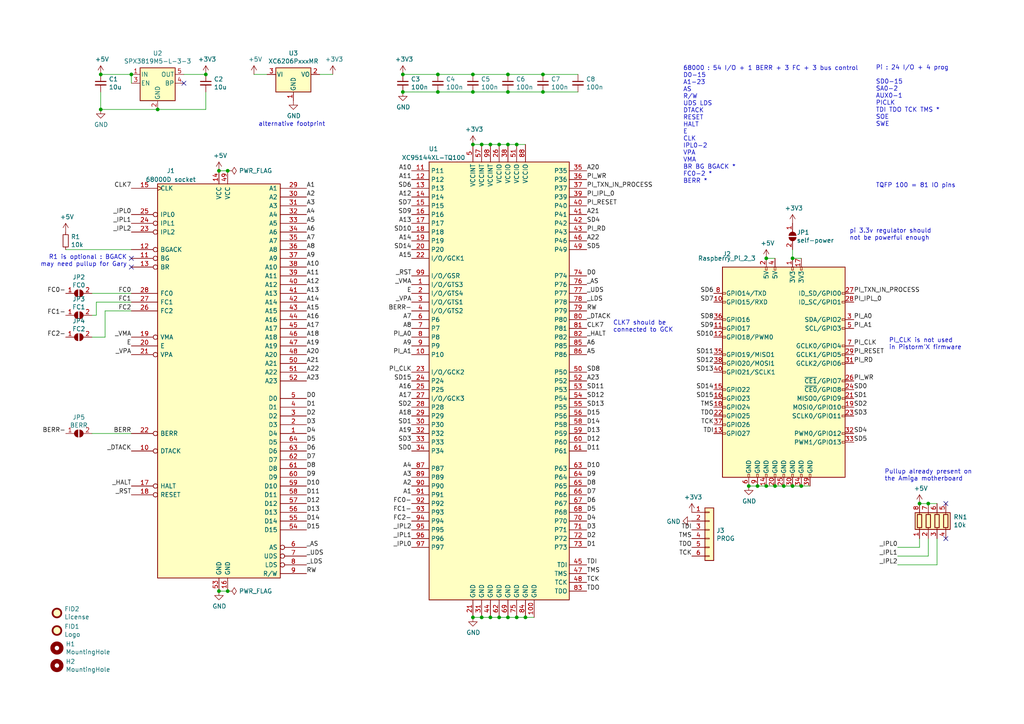
<source format=kicad_sch>
(kicad_sch (version 20211123) (generator eeschema)
  (paper "A4")
  (title_block (title "Pistorm'X") (date "2021-07-27") (rev "0.1") (company "FLACO") (comment 1 "Pistorm adapter board with Xilinx CPLD"))
  (lib_symbols
    (symbol "CPLD_Xilinx:XC95144XL-TQ100"
      (property "Reference" "U" (at -20.32 64.77 0))
      (property "Value" "XC95144XL-TQ100" (at -20.32 -64.77 0))
      (symbol "XC95144XL-TQ100_1_1"
        (rectangle (start -20.32 63.5) (end 20.32 -63.5) (stroke (width 0.254)) (fill (type background)))
        (pin bidirectional line (at -25.4 27.94 0) (length 5.08) (name "I/O/GTS3") (number "1"))
        (pin bidirectional line (at -25.4 7.62 0) (length 5.08) (name "P10") (number "10"))
        (pin power_in line (at 10.16 -68.58 90) (length 5.08) (name "GND") (number "100"))
        (pin bidirectional line (at -25.4 60.96 0) (length 5.08) (name "P11") (number "11"))
        (pin bidirectional line (at -25.4 58.42 0) (length 5.08) (name "P12") (number "12"))
        (pin bidirectional line (at -25.4 55.88 0) (length 5.08) (name "P13") (number "13"))
        (pin bidirectional line (at -25.4 53.34 0) (length 5.08) (name "P14") (number "14"))
        (pin bidirectional line (at -25.4 50.8 0) (length 5.08) (name "P15") (number "15"))
        (pin bidirectional line (at -25.4 48.26 0) (length 5.08) (name "P16") (number "16"))
        (pin bidirectional line (at -25.4 45.72 0) (length 5.08) (name "P17") (number "17"))
        (pin bidirectional line (at -25.4 43.18 0) (length 5.08) (name "P18") (number "18"))
        (pin bidirectional line (at -25.4 40.64 0) (length 5.08) (name "P19") (number "19"))
        (pin bidirectional line (at -25.4 25.4 0) (length 5.08) (name "I/O/GTS4") (number "2"))
        (pin bidirectional line (at -25.4 38.1 0) (length 5.08) (name "P20") (number "20"))
        (pin power_in line (at -7.62 -68.58 90) (length 5.08) (name "GND") (number "21"))
        (pin bidirectional line (at -25.4 35.56 0) (length 5.08) (name "I/O/GCK1") (number "22"))
        (pin bidirectional line (at -25.4 2.54 0) (length 5.08) (name "I/O/GCK2") (number "23"))
        (pin bidirectional line (at -25.4 0 0) (length 5.08) (name "P24") (number "24"))
        (pin bidirectional line (at -25.4 -2.54 0) (length 5.08) (name "P25") (number "25"))
        (pin power_in line (at 0 68.58 270) (length 5.08) (name "VCCIO") (number "26"))
        (pin bidirectional line (at -25.4 -5.08 0) (length 5.08) (name "I/O/GCK3") (number "27"))
        (pin bidirectional line (at -25.4 -7.62 0) (length 5.08) (name "P28") (number "28"))
        (pin bidirectional line (at -25.4 -10.16 0) (length 5.08) (name "P29") (number "29"))
        (pin bidirectional line (at -25.4 22.86 0) (length 5.08) (name "I/O/GTS1") (number "3"))
        (pin bidirectional line (at -25.4 -12.7 0) (length 5.08) (name "P30") (number "30"))
        (pin power_in line (at -5.08 -68.58 90) (length 5.08) (name "GND") (number "31"))
        (pin bidirectional line (at -25.4 -15.24 0) (length 5.08) (name "P32") (number "32"))
        (pin bidirectional line (at -25.4 -17.78 0) (length 5.08) (name "P33") (number "33"))
        (pin bidirectional line (at -25.4 -20.32 0) (length 5.08) (name "P34") (number "34"))
        (pin bidirectional line (at 25.4 60.96 180) (length 5.08) (name "P35") (number "35"))
        (pin bidirectional line (at 25.4 58.42 180) (length 5.08) (name "P36") (number "36"))
        (pin bidirectional line (at 25.4 55.88 180) (length 5.08) (name "P37") (number "37"))
        (pin power_in line (at 2.54 68.58 270) (length 5.08) (name "VCCIO") (number "38"))
        (pin bidirectional line (at 25.4 53.34 180) (length 5.08) (name "P39") (number "39"))
        (pin bidirectional line (at -25.4 20.32 0) (length 5.08) (name "I/O/GTS2") (number "4"))
        (pin bidirectional line (at 25.4 50.8 180) (length 5.08) (name "P40") (number "40"))
        (pin bidirectional line (at 25.4 48.26 180) (length 5.08) (name "P41") (number "41"))
        (pin bidirectional line (at 25.4 45.72 180) (length 5.08) (name "P42") (number "42"))
        (pin bidirectional line (at 25.4 43.18 180) (length 5.08) (name "P43") (number "43"))
        (pin power_in line (at -2.54 -68.58 90) (length 5.08) (name "GND") (number "44"))
        (pin input line (at 25.4 -53.34 180) (length 5.08) (name "TDI") (number "45"))
        (pin bidirectional line (at 25.4 40.64 180) (length 5.08) (name "P46") (number "46"))
        (pin input line (at 25.4 -55.88 180) (length 5.08) (name "TMS") (number "47"))
        (pin input line (at 25.4 -58.42 180) (length 5.08) (name "TCK") (number "48"))
        (pin bidirectional line (at 25.4 38.1 180) (length 5.08) (name "P49") (number "49"))
        (pin power_in line (at -7.62 68.58 270) (length 5.08) (name "VCCINT") (number "5"))
        (pin bidirectional line (at 25.4 2.54 180) (length 5.08) (name "P50") (number "50"))
        (pin power_in line (at 5.08 68.58 270) (length 5.08) (name "VCCIO") (number "51"))
        (pin bidirectional line (at 25.4 0 180) (length 5.08) (name "P52") (number "52"))
        (pin bidirectional line (at 25.4 -2.54 180) (length 5.08) (name "P53") (number "53"))
        (pin bidirectional line (at 25.4 -5.08 180) (length 5.08) (name "P54") (number "54"))
        (pin bidirectional line (at 25.4 -7.62 180) (length 5.08) (name "P55") (number "55"))
        (pin bidirectional line (at 25.4 -10.16 180) (length 5.08) (name "P56") (number "56"))
        (pin power_in line (at -5.08 68.58 270) (length 5.08) (name "VCCINT") (number "57"))
        (pin bidirectional line (at 25.4 -12.7 180) (length 5.08) (name "P58") (number "58"))
        (pin bidirectional line (at 25.4 -15.24 180) (length 5.08) (name "P59") (number "59"))
        (pin bidirectional line (at -25.4 17.78 0) (length 5.08) (name "P6") (number "6"))
        (pin bidirectional line (at 25.4 -17.78 180) (length 5.08) (name "P60") (number "60"))
        (pin bidirectional line (at 25.4 -20.32 180) (length 5.08) (name "P61") (number "61"))
        (pin power_in line (at 0 -68.58 90) (length 5.08) (name "GND") (number "62"))
        (pin bidirectional line (at 25.4 -25.4 180) (length 5.08) (name "P63") (number "63"))
        (pin bidirectional line (at 25.4 -27.94 180) (length 5.08) (name "P64") (number "64"))
        (pin bidirectional line (at 25.4 -30.48 180) (length 5.08) (name "P65") (number "65"))
        (pin bidirectional line (at 25.4 -33.02 180) (length 5.08) (name "P66") (number "66"))
        (pin bidirectional line (at 25.4 -35.56 180) (length 5.08) (name "P67") (number "67"))
        (pin bidirectional line (at 25.4 -38.1 180) (length 5.08) (name "P68") (number "68"))
        (pin power_in line (at 2.54 -68.58 90) (length 5.08) (name "GND") (number "69"))
        (pin bidirectional line (at -25.4 15.24 0) (length 5.08) (name "P7") (number "7"))
        (pin bidirectional line (at 25.4 -40.64 180) (length 5.08) (name "P70") (number "70"))
        (pin bidirectional line (at 25.4 -43.18 180) (length 5.08) (name "P71") (number "71"))
        (pin bidirectional line (at 25.4 -45.72 180) (length 5.08) (name "P72") (number "72"))
        (pin bidirectional line (at 25.4 -48.26 180) (length 5.08) (name "P73") (number "73"))
        (pin bidirectional line (at 25.4 30.48 180) (length 5.08) (name "P74") (number "74"))
        (pin power_in line (at 5.08 -68.58 90) (length 5.08) (name "GND") (number "75"))
        (pin bidirectional line (at 25.4 27.94 180) (length 5.08) (name "P76") (number "76"))
        (pin bidirectional line (at 25.4 25.4 180) (length 5.08) (name "P77") (number "77"))
        (pin bidirectional line (at 25.4 22.86 180) (length 5.08) (name "P78") (number "78"))
        (pin bidirectional line (at 25.4 20.32 180) (length 5.08) (name "P79") (number "79"))
        (pin bidirectional line (at -25.4 12.7 0) (length 5.08) (name "P8") (number "8"))
        (pin bidirectional line (at 25.4 17.78 180) (length 5.08) (name "P80") (number "80"))
        (pin bidirectional line (at 25.4 15.24 180) (length 5.08) (name "P81") (number "81"))
        (pin bidirectional line (at 25.4 12.7 180) (length 5.08) (name "P82") (number "82"))
        (pin output line (at 25.4 -60.96 180) (length 5.08) (name "TDO") (number "83"))
        (pin power_in line (at 7.62 -68.58 90) (length 5.08) (name "GND") (number "84"))
        (pin bidirectional line (at 25.4 10.16 180) (length 5.08) (name "P85") (number "85"))
        (pin bidirectional line (at 25.4 7.62 180) (length 5.08) (name "P86") (number "86"))
        (pin bidirectional line (at -25.4 -25.4 0) (length 5.08) (name "P87") (number "87"))
        (pin power_in line (at 7.62 68.58 270) (length 5.08) (name "VCCIO") (number "88"))
        (pin bidirectional line (at -25.4 -27.94 0) (length 5.08) (name "P89") (number "89"))
        (pin bidirectional line (at -25.4 10.16 0) (length 5.08) (name "P9") (number "9"))
        (pin bidirectional line (at -25.4 -30.48 0) (length 5.08) (name "P90") (number "90"))
        (pin bidirectional line (at -25.4 -33.02 0) (length 5.08) (name "P91") (number "91"))
        (pin bidirectional line (at -25.4 -35.56 0) (length 5.08) (name "P92") (number "92"))
        (pin bidirectional line (at -25.4 -38.1 0) (length 5.08) (name "P93") (number "93"))
        (pin bidirectional line (at -25.4 -40.64 0) (length 5.08) (name "P94") (number "94"))
        (pin bidirectional line (at -25.4 -43.18 0) (length 5.08) (name "P95") (number "95"))
        (pin bidirectional line (at -25.4 -45.72 0) (length 5.08) (name "P96") (number "96"))
        (pin bidirectional line (at -25.4 -48.26 0) (length 5.08) (name "P97") (number "97"))
        (pin power_in line (at -2.54 68.58 270) (length 5.08) (name "VCCINT") (number "98"))
        (pin bidirectional line (at -25.4 30.48 0) (length 5.08) (name "I/O/GSR") (number "99"))
      )
    )
    (symbol "CPU_NXP_68000:68000D" (pin_names (offset 0.762))
      (property "Reference" "U" (at 0 2.54 0))
      (property "Value" "68000D" (at 0 -3.81 0))
      (symbol "68000D_0_1"
        (rectangle (start -17.78 57.15) (end 17.78 -57.15) (stroke (width 0.254)) (fill (type background)))
      )
      (symbol "68000D_1_1"
        (pin bidirectional line (at 25.4 -15.24 180) (length 7.62) (name "D4") (number "1"))
        (pin input inverted (at -25.4 -20.32 0) (length 7.62) (name "DTACK") (number "10"))
        (pin output inverted (at -25.4 35.56 0) (length 7.62) (name "BG") (number "11"))
        (pin input inverted (at -25.4 38.1 0) (length 7.62) (name "BGACK") (number "12"))
        (pin input inverted (at -25.4 33.02 0) (length 7.62) (name "BR") (number "13"))
        (pin power_in line (at 0 60.96 270) (length 3.81) (name "VCC") (number "14"))
        (pin input clock (at -25.4 55.88 0) (length 7.62) (name "CLK") (number "15"))
        (pin power_in line (at 2.54 -60.96 90) (length 3.81) (name "GND") (number "16"))
        (pin bidirectional inverted (at -25.4 -30.48 0) (length 7.62) (name "HALT") (number "17"))
        (pin bidirectional inverted (at -25.4 -33.02 0) (length 7.62) (name "RESET") (number "18"))
        (pin output inverted (at -25.4 12.7 0) (length 7.62) (name "VMA") (number "19"))
        (pin bidirectional line (at 25.4 -12.7 180) (length 7.62) (name "D3") (number "2"))
        (pin output line (at -25.4 10.16 0) (length 7.62) (name "E") (number "20"))
        (pin input inverted (at -25.4 7.62 0) (length 7.62) (name "VPA") (number "21"))
        (pin input inverted (at -25.4 -15.24 0) (length 7.62) (name "BERR") (number "22"))
        (pin input inverted (at -25.4 43.18 0) (length 7.62) (name "IPL2") (number "23"))
        (pin input inverted (at -25.4 45.72 0) (length 7.62) (name "IPL1") (number "24"))
        (pin input inverted (at -25.4 48.26 0) (length 7.62) (name "IPL0") (number "25"))
        (pin output line (at -25.4 20.32 0) (length 7.62) (name "FC2") (number "26"))
        (pin output line (at -25.4 22.86 0) (length 7.62) (name "FC1") (number "27"))
        (pin output line (at -25.4 25.4 0) (length 7.62) (name "FC0") (number "28"))
        (pin output line (at 25.4 55.88 180) (length 7.62) (name "A1") (number "29"))
        (pin bidirectional line (at 25.4 -10.16 180) (length 7.62) (name "D2") (number "3"))
        (pin output line (at 25.4 53.34 180) (length 7.62) (name "A2") (number "30"))
        (pin output line (at 25.4 50.8 180) (length 7.62) (name "A3") (number "31"))
        (pin output line (at 25.4 48.26 180) (length 7.62) (name "A4") (number "32"))
        (pin output line (at 25.4 45.72 180) (length 7.62) (name "A5") (number "33"))
        (pin output line (at 25.4 43.18 180) (length 7.62) (name "A6") (number "34"))
        (pin output line (at 25.4 40.64 180) (length 7.62) (name "A7") (number "35"))
        (pin output line (at 25.4 38.1 180) (length 7.62) (name "A8") (number "36"))
        (pin output line (at 25.4 35.56 180) (length 7.62) (name "A9") (number "37"))
        (pin output line (at 25.4 33.02 180) (length 7.62) (name "A10") (number "38"))
        (pin output line (at 25.4 30.48 180) (length 7.62) (name "A11") (number "39"))
        (pin bidirectional line (at 25.4 -7.62 180) (length 7.62) (name "D1") (number "4"))
        (pin output line (at 25.4 27.94 180) (length 7.62) (name "A12") (number "40"))
        (pin output line (at 25.4 25.4 180) (length 7.62) (name "A13") (number "41"))
        (pin output line (at 25.4 22.86 180) (length 7.62) (name "A14") (number "42"))
        (pin output line (at 25.4 20.32 180) (length 7.62) (name "A15") (number "43"))
        (pin output line (at 25.4 17.78 180) (length 7.62) (name "A16") (number "44"))
        (pin output line (at 25.4 15.24 180) (length 7.62) (name "A17") (number "45"))
        (pin output line (at 25.4 12.7 180) (length 7.62) (name "A18") (number "46"))
        (pin output line (at 25.4 10.16 180) (length 7.62) (name "A19") (number "47"))
        (pin output line (at 25.4 7.62 180) (length 7.62) (name "A20") (number "48"))
        (pin power_in line (at 2.54 60.96 270) (length 3.81) (name "VCC") (number "49"))
        (pin bidirectional line (at 25.4 -5.08 180) (length 7.62) (name "D0") (number "5"))
        (pin output line (at 25.4 5.08 180) (length 7.62) (name "A21") (number "50"))
        (pin output line (at 25.4 2.54 180) (length 7.62) (name "A22") (number "51"))
        (pin output line (at 25.4 0 180) (length 7.62) (name "A23") (number "52"))
        (pin power_in line (at 0 -60.96 90) (length 3.81) (name "GND") (number "53"))
        (pin bidirectional line (at 25.4 -43.18 180) (length 7.62) (name "D15") (number "54"))
        (pin bidirectional line (at 25.4 -40.64 180) (length 7.62) (name "D14") (number "55"))
        (pin bidirectional line (at 25.4 -38.1 180) (length 7.62) (name "D13") (number "56"))
        (pin bidirectional line (at 25.4 -35.56 180) (length 7.62) (name "D12") (number "57"))
        (pin bidirectional line (at 25.4 -33.02 180) (length 7.62) (name "D11") (number "58"))
        (pin bidirectional line (at 25.4 -30.48 180) (length 7.62) (name "D10") (number "59"))
        (pin output inverted (at 25.4 -48.26 180) (length 7.62) (name "AS") (number "6"))
        (pin bidirectional line (at 25.4 -27.94 180) (length 7.62) (name "D9") (number "60"))
        (pin bidirectional line (at 25.4 -25.4 180) (length 7.62) (name "D8") (number "61"))
        (pin bidirectional line (at 25.4 -22.86 180) (length 7.62) (name "D7") (number "62"))
        (pin bidirectional line (at 25.4 -20.32 180) (length 7.62) (name "D6") (number "63"))
        (pin bidirectional line (at 25.4 -17.78 180) (length 7.62) (name "D5") (number "64"))
        (pin output inverted (at 25.4 -50.8 180) (length 7.62) (name "UDS") (number "7"))
        (pin output inverted (at 25.4 -53.34 180) (length 7.62) (name "LDS") (number "8"))
        (pin output line (at 25.4 -55.88 180) (length 7.62) (name "R/W") (number "9"))
      )
    )
    (symbol "Connector:Raspberry_Pi_2_3" (pin_names (offset 1.016))
      (property "Reference" "J" (at -17.78 31.75 0))
      (property "Value" "Raspberry_Pi_2_3" (at 10.16 -31.75 0))
      (symbol "Raspberry_Pi_2_3_0_1"
        (rectangle (start -17.78 30.48) (end 17.78 -30.48) (stroke (width 0.254)) (fill (type background)))
      )
      (symbol "Raspberry_Pi_2_3_1_1"
        (rectangle (start -16.891 -17.526) (end -17.78 -18.034))
        (rectangle (start -16.891 -14.986) (end -17.78 -15.494))
        (rectangle (start -16.891 -12.446) (end -17.78 -12.954))
        (rectangle (start -16.891 -9.906) (end -17.78 -10.414))
        (rectangle (start -16.891 -7.366) (end -17.78 -7.874))
        (rectangle (start -16.891 -4.826) (end -17.78 -5.334))
        (rectangle (start -16.891 0.254) (end -17.78 -0.254))
        (rectangle (start -16.891 2.794) (end -17.78 2.286))
        (rectangle (start -16.891 5.334) (end -17.78 4.826))
        (rectangle (start -16.891 10.414) (end -17.78 9.906))
        (rectangle (start -16.891 12.954) (end -17.78 12.446))
        (rectangle (start -16.891 15.494) (end -17.78 14.986))
        (rectangle (start -16.891 20.574) (end -17.78 20.066))
        (rectangle (start -16.891 23.114) (end -17.78 22.606))
        (rectangle (start -10.414 -29.591) (end -9.906 -30.48))
        (rectangle (start -7.874 -29.591) (end -7.366 -30.48))
        (rectangle (start -5.334 -29.591) (end -4.826 -30.48))
        (rectangle (start -5.334 30.48) (end -4.826 29.591))
        (rectangle (start -2.794 -29.591) (end -2.286 -30.48))
        (rectangle (start -2.794 30.48) (end -2.286 29.591))
        (rectangle (start -0.254 -29.591) (end 0.254 -30.48))
        (rectangle (start 2.286 -29.591) (end 2.794 -30.48))
        (rectangle (start 2.286 30.48) (end 2.794 29.591))
        (rectangle (start 4.826 -29.591) (end 5.334 -30.48))
        (rectangle (start 4.826 30.48) (end 5.334 29.591))
        (rectangle (start 7.366 -29.591) (end 7.874 -30.48))
        (rectangle (start 17.78 -20.066) (end 16.891 -20.574))
        (rectangle (start 17.78 -17.526) (end 16.891 -18.034))
        (rectangle (start 17.78 -12.446) (end 16.891 -12.954))
        (rectangle (start 17.78 -9.906) (end 16.891 -10.414))
        (rectangle (start 17.78 -7.366) (end 16.891 -7.874))
        (rectangle (start 17.78 -4.826) (end 16.891 -5.334))
        (rectangle (start 17.78 -2.286) (end 16.891 -2.794))
        (rectangle (start 17.78 2.794) (end 16.891 2.286))
        (rectangle (start 17.78 5.334) (end 16.891 4.826))
        (rectangle (start 17.78 7.874) (end 16.891 7.366))
        (rectangle (start 17.78 12.954) (end 16.891 12.446))
        (rectangle (start 17.78 15.494) (end 16.891 14.986))
        (rectangle (start 17.78 20.574) (end 16.891 20.066))
        (rectangle (start 17.78 23.114) (end 16.891 22.606))
        (pin power_in line (at 2.54 33.02 270) (length 2.54) (name "3V3") (number "1"))
        (pin bidirectional line (at -20.32 20.32 0) (length 2.54) (name "GPIO15/RXD") (number "10"))
        (pin bidirectional line (at -20.32 12.7 0) (length 2.54) (name "GPIO17") (number "11"))
        (pin bidirectional line (at -20.32 10.16 0) (length 2.54) (name "GPIO18/PWM0") (number "12"))
        (pin bidirectional line (at -20.32 -17.78 0) (length 2.54) (name "GPIO27") (number "13"))
        (pin power_in line (at -5.08 -33.02 90) (length 2.54) (name "GND") (number "14"))
        (pin bidirectional line (at -20.32 -5.08 0) (length 2.54) (name "GPIO22") (number "15"))
        (pin bidirectional line (at -20.32 -7.62 0) (length 2.54) (name "GPIO23") (number "16"))
        (pin power_in line (at 5.08 33.02 270) (length 2.54) (name "3V3") (number "17"))
        (pin bidirectional line (at -20.32 -10.16 0) (length 2.54) (name "GPIO24") (number "18"))
        (pin bidirectional line (at 20.32 -10.16 180) (length 2.54) (name "MOSI0/GPIO10") (number "19"))
        (pin power_in line (at -5.08 33.02 270) (length 2.54) (name "5V") (number "2"))
        (pin power_in line (at -2.54 -33.02 90) (length 2.54) (name "GND") (number "20"))
        (pin bidirectional line (at 20.32 -7.62 180) (length 2.54) (name "MISO0/GPIO9") (number "21"))
        (pin bidirectional line (at -20.32 -12.7 0) (length 2.54) (name "GPIO25") (number "22"))
        (pin bidirectional line (at 20.32 -12.7 180) (length 2.54) (name "SCLK0/GPIO11") (number "23"))
        (pin bidirectional line (at 20.32 -5.08 180) (length 2.54) (name "~{CE0}/GPIO8") (number "24"))
        (pin power_in line (at 0 -33.02 90) (length 2.54) (name "GND") (number "25"))
        (pin bidirectional line (at 20.32 -2.54 180) (length 2.54) (name "~{CE1}/GPIO7") (number "26"))
        (pin bidirectional line (at 20.32 22.86 180) (length 2.54) (name "ID_SD/GPIO0") (number "27"))
        (pin bidirectional line (at 20.32 20.32 180) (length 2.54) (name "ID_SC/GPIO1") (number "28"))
        (pin bidirectional line (at 20.32 5.08 180) (length 2.54) (name "GCLK1/GPIO5") (number "29"))
        (pin bidirectional line (at 20.32 15.24 180) (length 2.54) (name "SDA/GPIO2") (number "3"))
        (pin power_in line (at 2.54 -33.02 90) (length 2.54) (name "GND") (number "30"))
        (pin bidirectional line (at 20.32 2.54 180) (length 2.54) (name "GCLK2/GPIO6") (number "31"))
        (pin bidirectional line (at 20.32 -17.78 180) (length 2.54) (name "PWM0/GPIO12") (number "32"))
        (pin bidirectional line (at 20.32 -20.32 180) (length 2.54) (name "PWM1/GPIO13") (number "33"))
        (pin power_in line (at 5.08 -33.02 90) (length 2.54) (name "GND") (number "34"))
        (pin bidirectional line (at -20.32 5.08 0) (length 2.54) (name "GPIO19/MISO1") (number "35"))
        (pin bidirectional line (at -20.32 15.24 0) (length 2.54) (name "GPIO16") (number "36"))
        (pin bidirectional line (at -20.32 -15.24 0) (length 2.54) (name "GPIO26") (number "37"))
        (pin bidirectional line (at -20.32 2.54 0) (length 2.54) (name "GPIO20/MOSI1") (number "38"))
        (pin power_in line (at 7.62 -33.02 90) (length 2.54) (name "GND") (number "39"))
        (pin power_in line (at -2.54 33.02 270) (length 2.54) (name "5V") (number "4"))
        (pin bidirectional line (at -20.32 0 0) (length 2.54) (name "GPIO21/SCLK1") (number "40"))
        (pin bidirectional line (at 20.32 12.7 180) (length 2.54) (name "SCL/GPIO3") (number "5"))
        (pin power_in line (at -10.16 -33.02 90) (length 2.54) (name "GND") (number "6"))
        (pin bidirectional line (at 20.32 7.62 180) (length 2.54) (name "GCLK0/GPIO4") (number "7"))
        (pin bidirectional line (at -20.32 22.86 0) (length 2.54) (name "GPIO14/TXD") (number "8"))
        (pin power_in line (at -7.62 -33.02 90) (length 2.54) (name "GND") (number "9"))
      )
    )
    (symbol "Connector_Generic:Conn_01x06" (pin_names (offset 1.016) hide)
      (property "Reference" "J" (at 0 7.62 0))
      (property "Value" "Conn_01x06" (at 0 -10.16 0))
      (symbol "Conn_01x06_1_1"
        (rectangle (start -1.27 -7.493) (end 0 -7.747) (stroke (width 0.1524)))
        (rectangle (start -1.27 -4.953) (end 0 -5.207) (stroke (width 0.1524)))
        (rectangle (start -1.27 -2.413) (end 0 -2.667) (stroke (width 0.1524)))
        (rectangle (start -1.27 0.127) (end 0 -0.127) (stroke (width 0.1524)))
        (rectangle (start -1.27 2.667) (end 0 2.413) (stroke (width 0.1524)))
        (rectangle (start -1.27 5.207) (end 0 4.953) (stroke (width 0.1524)))
        (rectangle (start -1.27 6.35) (end 1.27 -8.89) (stroke (width 0.254)) (fill (type background)))
        (pin passive line (at -5.08 5.08 0) (length 3.81) (name "Pin_1") (number "1"))
        (pin passive line (at -5.08 2.54 0) (length 3.81) (name "Pin_2") (number "2"))
        (pin passive line (at -5.08 0 0) (length 3.81) (name "Pin_3") (number "3"))
        (pin passive line (at -5.08 -2.54 0) (length 3.81) (name "Pin_4") (number "4"))
        (pin passive line (at -5.08 -5.08 0) (length 3.81) (name "Pin_5") (number "5"))
        (pin passive line (at -5.08 -7.62 0) (length 3.81) (name "Pin_6") (number "6"))
      )
    )
    (symbol "Device:C_Small" (pin_numbers hide) (pin_names (offset 0.254) hide)
      (property "Reference" "C" (at 0.254 1.778 0))
      (property "Value" "C_Small" (at 0.254 -2.032 0))
      (symbol "C_Small_0_1"
        (polyline (pts (xy -1.524 -0.508) (xy 1.524 -0.508)) (stroke (width 0.3302)))
        (polyline (pts (xy -1.524 0.508) (xy 1.524 0.508)) (stroke (width 0.3048)))
      )
      (symbol "C_Small_1_1"
        (pin passive line (at 0 2.54 270) (length 2.032) (name "~") (number "1"))
        (pin passive line (at 0 -2.54 90) (length 2.032) (name "~") (number "2"))
      )
    )
    (symbol "Device:R_Pack04" (pin_names (offset 0) hide)
      (property "Reference" "RN" (at -7.62 0 90))
      (property "Value" "R_Pack04" (at 5.08 0 90))
      (symbol "R_Pack04_0_1"
        (rectangle (start -6.35 -2.413) (end 3.81 2.413) (stroke (width 0.254)) (fill (type background)))
        (rectangle (start -5.715 1.905) (end -4.445 -1.905) (stroke (width 0.254)))
        (rectangle (start -3.175 1.905) (end -1.905 -1.905) (stroke (width 0.254)))
        (rectangle (start -0.635 1.905) (end 0.635 -1.905) (stroke (width 0.254)))
        (polyline (pts (xy -5.08 -2.54) (xy -5.08 -1.905)))
        (polyline (pts (xy -5.08 1.905) (xy -5.08 2.54)))
        (polyline (pts (xy -2.54 -2.54) (xy -2.54 -1.905)))
        (polyline (pts (xy -2.54 1.905) (xy -2.54 2.54)))
        (polyline (pts (xy 0 -2.54) (xy 0 -1.905)))
        (polyline (pts (xy 0 1.905) (xy 0 2.54)))
        (polyline (pts (xy 2.54 -2.54) (xy 2.54 -1.905)))
        (polyline (pts (xy 2.54 1.905) (xy 2.54 2.54)))
        (rectangle (start 1.905 1.905) (end 3.175 -1.905) (stroke (width 0.254)))
      )
      (symbol "R_Pack04_1_1"
        (pin passive line (at -5.08 -5.08 90) (length 2.54) (name "R1.1") (number "1"))
        (pin passive line (at -2.54 -5.08 90) (length 2.54) (name "R2.1") (number "2"))
        (pin passive line (at 0 -5.08 90) (length 2.54) (name "R3.1") (number "3"))
        (pin passive line (at 2.54 -5.08 90) (length 2.54) (name "R4.1") (number "4"))
        (pin passive line (at 2.54 5.08 270) (length 2.54) (name "R4.2") (number "5"))
        (pin passive line (at 0 5.08 270) (length 2.54) (name "R3.2") (number "6"))
        (pin passive line (at -2.54 5.08 270) (length 2.54) (name "R2.2") (number "7"))
        (pin passive line (at -5.08 5.08 270) (length 2.54) (name "R1.2") (number "8"))
      )
    )
    (symbol "Device:R_Small" (pin_numbers hide) (pin_names (offset 0.254) hide)
      (property "Reference" "R" (at 0.762 0.508 0))
      (property "Value" "R_Small" (at 0.762 -1.016 0))
      (symbol "R_Small_0_1"
        (rectangle (start -0.762 1.778) (end 0.762 -1.778) (stroke (width 0.2032)))
      )
      (symbol "R_Small_1_1"
        (pin passive line (at 0 2.54 270) (length 0.762) (name "~") (number "1"))
        (pin passive line (at 0 -2.54 90) (length 0.762) (name "~") (number "2"))
      )
    )
    (symbol "Jumper:SolderJumper_2_Open" (pin_names (offset 0) hide)
      (property "Reference" "JP" (at 0 2.032 0))
      (property "Value" "SolderJumper_2_Open" (at 0 -2.54 0))
      (symbol "SolderJumper_2_Open_0_1"
        (arc (start -0.254 1.016) (mid -1.27 0) (end -0.254 -1.016))
        (arc (start -0.254 1.016) (mid -1.27 0) (end -0.254 -1.016) (fill (type outline)))
        (polyline (pts (xy -0.254 1.016) (xy -0.254 -1.016)))
        (polyline (pts (xy 0.254 1.016) (xy 0.254 -1.016)))
        (arc (start 0.254 -1.016) (mid 1.27 0) (end 0.254 1.016))
        (arc (start 0.254 -1.016) (mid 1.27 0) (end 0.254 1.016) (fill (type outline)))
      )
      (symbol "SolderJumper_2_Open_1_1"
        (pin passive line (at -3.81 0 0) (length 2.54) (name "A") (number "1"))
        (pin passive line (at 3.81 0 180) (length 2.54) (name "B") (number "2"))
      )
    )
    (symbol "Mechanical:Fiducial"
      (property "Reference" "FID" (at 0 5.08 0))
      (property "Value" "Fiducial" (at 0 3.175 0))
      (symbol "Fiducial_0_1"
        (circle (center 0 0) (radius 1.27) (stroke (width 0.508)) (fill (type background)))
      )
    )
    (symbol "Mechanical:MountingHole" (pin_names (offset 1.016))
      (property "Reference" "H" (at 0 5.08 0))
      (property "Value" "MountingHole" (at 0 3.175 0))
      (symbol "MountingHole_0_1"
        (circle (center 0 0) (radius 1.27) (stroke (width 1.27)))
      )
    )
    (symbol "Regulator_Linear:SPX3819M5-L-3-3" (pin_names (offset 0.254))
      (property "Reference" "U" (at -3.81 5.715 0))
      (property "Value" "SPX3819M5-L-3-3" (at 0 5.715 0))
      (symbol "SPX3819M5-L-3-3_0_1"
        (rectangle (start -5.08 4.445) (end 5.08 -5.08) (stroke (width 0.254)) (fill (type background)))
      )
      (symbol "SPX3819M5-L-3-3_1_1"
        (pin power_in line (at -7.62 2.54 0) (length 2.54) (name "IN") (number "1"))
        (pin power_in line (at 0 -7.62 90) (length 2.54) (name "GND") (number "2"))
        (pin input line (at -7.62 0 0) (length 2.54) (name "EN") (number "3"))
        (pin input line (at 7.62 0 180) (length 2.54) (name "BP") (number "4"))
        (pin power_out line (at 7.62 2.54 180) (length 2.54) (name "OUT") (number "5"))
      )
    )
    (symbol "Regulator_Linear:XC6206PxxxMR" (pin_names (offset 0.254))
      (property "Reference" "U" (at -3.81 3.175 0))
      (property "Value" "XC6206PxxxMR" (at 0 3.175 0))
      (symbol "XC6206PxxxMR_0_1"
        (rectangle (start -5.08 1.905) (end 5.08 -5.08) (stroke (width 0.254)) (fill (type background)))
      )
      (symbol "XC6206PxxxMR_1_1"
        (pin power_in line (at 0 -7.62 90) (length 2.54) (name "GND") (number "1"))
        (pin power_out line (at 7.62 0 180) (length 2.54) (name "VO") (number "2"))
        (pin power_in line (at -7.62 0 0) (length 2.54) (name "VI") (number "3"))
      )
    )
    (symbol "power:+3.3V" (power) (pin_names (offset 0))
      (property "Value" "+3.3V" (at 0 3.556 0))
      (symbol "+3.3V_0_1"
        (polyline (pts (xy -0.762 1.27) (xy 0 2.54)))
        (polyline (pts (xy 0 0) (xy 0 2.54)))
        (polyline (pts (xy 0 2.54) (xy 0.762 1.27)))
      )
      (symbol "+3.3V_1_1"
        (pin power_in line (at 0 0 90) (length 0) hide (name "+3V3") (number "1"))
      )
    )
    (symbol "power:+5V" (power) (pin_names (offset 0))
      (property "Value" "+5V" (at 0 3.556 0))
      (symbol "+5V_0_1"
        (polyline (pts (xy -0.762 1.27) (xy 0 2.54)))
        (polyline (pts (xy 0 0) (xy 0 2.54)))
        (polyline (pts (xy 0 2.54) (xy 0.762 1.27)))
      )
      (symbol "+5V_1_1"
        (pin power_in line (at 0 0 90) (length 0) hide (name "+5V") (number "1"))
      )
    )
    (symbol "power:GND" (power) (pin_names (offset 0))
      (property "Value" "GND" (at 0 -3.81 0))
      (symbol "GND_0_1"
        (polyline (pts (xy 0 0) (xy 0 -1.27) (xy 1.27 -1.27) (xy 0 -2.54) (xy -1.27 -1.27) (xy 0 -1.27)))
      )
      (symbol "GND_1_1"
        (pin power_in line (at 0 0 270) (length 0) hide (name "GND") (number "1"))
      )
    )
    (symbol "power:PWR_FLAG" (power) (pin_numbers hide) (pin_names (offset 0) hide)
      (property "Value" "PWR_FLAG" (at 0 3.81 0))
      (symbol "PWR_FLAG_0_0"
        (pin power_out line (at 0 0 90) (length 0) (name "pwr") (number "1"))
      )
      (symbol "PWR_FLAG_0_1"
        (polyline (pts (xy 0 0) (xy 0 1.27) (xy -1.016 1.905) (xy 0 2.54) (xy 1.016 1.905) (xy 0 1.27)))
      )
    )
  )
  (junction (at 142.24 179.07))
  (junction (at 152.4 179.07))
  (junction (at 219.71 140.97))
  (junction (at 127 26.67))
  (junction (at 139.7 179.07))
  (junction (at 144.78 41.91))
  (junction (at 147.32 26.67))
  (junction (at 147.32 179.07))
  (junction (at 116.84 26.67))
  (junction (at 147.32 21.59))
  (junction (at 59.69 21.59))
  (junction (at 139.7 41.91))
  (junction (at 217.17 140.97))
  (junction (at 266.7 146.05))
  (junction (at 224.79 140.97))
  (junction (at 227.33 140.97))
  (junction (at 38.1 21.59))
  (junction (at 232.41 140.97))
  (junction (at 229.87 74.93))
  (junction (at 45.72 31.75))
  (junction (at 147.32 41.91))
  (junction (at 229.87 140.97))
  (junction (at 137.16 41.91))
  (junction (at 144.78 179.07))
  (junction (at 29.21 21.59))
  (junction (at 66.04 171.45))
  (junction (at 142.24 41.91))
  (junction (at 137.16 26.67))
  (junction (at 63.5 171.45))
  (junction (at 222.25 74.93))
  (junction (at 157.48 21.59))
  (junction (at 157.48 26.67))
  (junction (at 29.21 31.75))
  (junction (at 116.84 21.59))
  (junction (at 149.86 179.07))
  (junction (at 269.24 146.05))
  (junction (at 127 21.59))
  (junction (at 63.5 49.53))
  (junction (at 66.04 49.53))
  (junction (at 137.16 179.07))
  (junction (at 137.16 21.59))
  (junction (at 222.25 140.97))
  (junction (at 149.86 41.91))
  (no_connect (at 274.32 146.05))
  (no_connect (at 274.32 156.21))
  (no_connect (at 38.1 74.93))
  (no_connect (at 38.1 77.47))
  (no_connect (at 53.34 24.13))
  (wire (pts (xy 59.69 26.67) (xy 59.69 31.75)))
  (wire (pts (xy 271.78 163.83) (xy 271.78 156.21)))
  (wire (pts (xy 266.7 158.75) (xy 266.7 156.21)))
  (wire (pts (xy 38.1 24.13) (xy 38.1 21.59)))
  (wire (pts (xy 127 21.59) (xy 116.84 21.59)))
  (wire (pts (xy 38.1 125.73) (xy 26.67 125.73)))
  (wire (pts (xy 38.1 72.39) (xy 19.05 72.39)))
  (wire (pts (xy 229.87 140.97) (xy 227.33 140.97)))
  (wire (pts (xy 149.86 179.07) (xy 147.32 179.07)))
  (wire (pts (xy 232.41 140.97) (xy 229.87 140.97)))
  (wire (pts (xy 26.67 97.79) (xy 30.48 97.79)))
  (wire (pts (xy 167.64 21.59) (xy 157.48 21.59)))
  (wire (pts (xy 29.21 31.75) (xy 29.21 26.67)))
  (wire (pts (xy 269.24 146.05) (xy 266.7 146.05)))
  (wire (pts (xy 38.1 21.59) (xy 29.21 21.59)))
  (wire (pts (xy 144.78 179.07) (xy 142.24 179.07)))
  (wire (pts (xy 66.04 49.53) (xy 63.5 49.53)))
  (wire (pts (xy 27.94 91.44) (xy 26.67 91.44)))
  (wire (pts (xy 154.94 179.07) (xy 152.4 179.07)))
  (wire (pts (xy 234.95 140.97) (xy 232.41 140.97)))
  (wire (pts (xy 59.69 31.75) (xy 45.72 31.75)))
  (wire (pts (xy 142.24 41.91) (xy 139.7 41.91)))
  (wire (pts (xy 222.25 140.97) (xy 219.71 140.97)))
  (wire (pts (xy 53.34 21.59) (xy 59.69 21.59)))
  (wire (pts (xy 232.41 74.93) (xy 229.87 74.93)))
  (wire (pts (xy 147.32 41.91) (xy 144.78 41.91)))
  (wire (pts (xy 147.32 26.67) (xy 137.16 26.67)))
  (wire (pts (xy 260.35 158.75) (xy 266.7 158.75)))
  (wire (pts (xy 152.4 41.91) (xy 149.86 41.91)))
  (wire (pts (xy 157.48 26.67) (xy 147.32 26.67)))
  (wire (pts (xy 137.16 26.67) (xy 127 26.67)))
  (wire (pts (xy 45.72 31.75) (xy 29.21 31.75)))
  (wire (pts (xy 167.64 26.67) (xy 157.48 26.67)))
  (wire (pts (xy 139.7 41.91) (xy 137.16 41.91)))
  (wire (pts (xy 92.71 21.59) (xy 96.52 21.59)))
  (wire (pts (xy 227.33 140.97) (xy 224.79 140.97)))
  (wire (pts (xy 152.4 179.07) (xy 149.86 179.07)))
  (wire (pts (xy 147.32 179.07) (xy 144.78 179.07)))
  (wire (pts (xy 66.04 171.45) (xy 63.5 171.45)))
  (wire (pts (xy 144.78 41.91) (xy 142.24 41.91)))
  (wire (pts (xy 38.1 85.09) (xy 26.67 85.09)))
  (wire (pts (xy 142.24 179.07) (xy 139.7 179.07)))
  (wire (pts (xy 30.48 90.17) (xy 30.48 97.79)))
  (wire (pts (xy 157.48 21.59) (xy 147.32 21.59)))
  (wire (pts (xy 229.87 74.93) (xy 229.87 72.39)))
  (wire (pts (xy 260.35 161.29) (xy 269.24 161.29)))
  (wire (pts (xy 147.32 21.59) (xy 137.16 21.59)))
  (wire (pts (xy 219.71 140.97) (xy 217.17 140.97)))
  (wire (pts (xy 73.66 21.59) (xy 77.47 21.59)))
  (wire (pts (xy 149.86 41.91) (xy 147.32 41.91)))
  (wire (pts (xy 224.79 74.93) (xy 222.25 74.93)))
  (wire (pts (xy 127 26.67) (xy 116.84 26.67)))
  (wire (pts (xy 38.1 90.17) (xy 30.48 90.17)))
  (wire (pts (xy 38.1 87.63) (xy 27.94 87.63)))
  (wire (pts (xy 137.16 21.59) (xy 127 21.59)))
  (wire (pts (xy 269.24 161.29) (xy 269.24 156.21)))
  (wire (pts (xy 271.78 146.05) (xy 269.24 146.05)))
  (wire (pts (xy 27.94 87.63) (xy 27.94 91.44)))
  (wire (pts (xy 260.35 163.83) (xy 271.78 163.83)))
  (wire (pts (xy 139.7 179.07) (xy 137.16 179.07)))
  (wire (pts (xy 224.79 140.97) (xy 222.25 140.97)))
  (text "CLK7 should be\nconnected to GCK" (at 177.8 96.52 0) (effects (font (size 1.27 1.27)) (justify left bottom)))
  (text "Pi : 24 I/O + 4 prog\n\nSD0-15\nSA0-2\nAUX0-1\nPICLK\nTDI TDO TCK TMS *\nSOE\nSWE" (at 254 36.83 0) (effects (font (size 1.27 1.27)) (justify left bottom)))
  (text "Pullup already present on\nthe Amiga motherboard" (at 256.54 139.7 0) (effects (font (size 1.27 1.27)) (justify left bottom)))
  (text "alternative footprint" (at 74.93 36.83 0) (effects (font (size 1.27 1.27)) (justify left bottom)))
  (text "pi 3.3v regulator should\nnot be powerful enough" (at 246.38 69.85 0) (effects (font (size 1.27 1.27)) (justify left bottom)))
  (text "R1 is optional : BGACK\n may need pullup for Gary" (at 36.83 77.47 180) (effects (font (size 1.27 1.27)) (justify right bottom)))
  (text "TQFP 100 = 81 IO pins" (at 254 54.61 0) (effects (font (size 1.27 1.27)) (justify left bottom)))
  (text "68000 : 54 I/O + 1 BERR + 3 FC + 3 bus control\nD0-15\nA1-23\nAS\nR/W\nUDS LDS\nDTACK\nRESET\nHALT\nE\nCLK\nIPL0-2\nVPA\nVMA\nBR BG BGACK *\nFC0-2 *\nBERR *\n" (at 198.12 53.34 0) (effects (font (size 1.27 1.27)) (justify left bottom)))
  (text "PI_CLK is not used\nin Pistorm'X firmware" (at 257.81 101.6 0) (effects (font (size 1.27 1.27)) (justify left bottom)))
  (label "_IPL1" (at 260.35 161.29 180))
  (label "FC1" (at 38.1 87.63 180))
  (label "PI_RESET" (at 170.18 59.69 0))
  (label "D15" (at 170.18 120.65 0))
  (label "BERR-" (at 19.05 125.73 180))
  (label "A18" (at 119.38 120.65 180))
  (label "RW" (at 170.18 90.17 0))
  (label "PI_CLK" (at 247.65 100.33 0))
  (label "SD7" (at 119.38 59.69 180))
  (label "D11" (at 88.9 143.51 0))
  (label "_IPL0" (at 38.1 62.23 180))
  (label "D7" (at 170.18 143.51 0))
  (label "_LDS" (at 88.9 163.83 0))
  (label "D12" (at 170.18 128.27 0))
  (label "_HALT" (at 38.1 140.97 180))
  (label "CLK7" (at 38.1 54.61 180))
  (label "_IPL2" (at 260.35 163.83 180))
  (label "FC2-" (at 119.38 151.13 180))
  (label "A13" (at 119.38 64.77 180))
  (label "_VPA" (at 119.38 87.63 180))
  (label "E" (at 119.38 85.09 180))
  (label "A18" (at 88.9 97.79 0))
  (label "_RST" (at 119.38 80.01 180))
  (label "SD4" (at 247.65 125.73 0))
  (label "PI_A1" (at 247.65 95.25 0))
  (label "RW" (at 88.9 166.37 0))
  (label "A2" (at 88.9 57.15 0))
  (label "A11" (at 88.9 80.01 0))
  (label "A5" (at 88.9 64.77 0))
  (label "D8" (at 170.18 140.97 0))
  (label "A20" (at 170.18 49.53 0))
  (label "SD13" (at 207.01 107.95 180))
  (label "A16" (at 88.9 92.71 0))
  (label "SD6" (at 207.01 85.09 180))
  (label "A9" (at 119.38 100.33 180))
  (label "A20" (at 88.9 102.87 0))
  (label "A6" (at 170.18 100.33 0))
  (label "PI_TXN_IN_PROCESS" (at 247.65 85.09 0))
  (label "PI_RD" (at 170.18 67.31 0))
  (label "SD9" (at 207.01 95.25 180))
  (label "PI_A0" (at 247.65 92.71 0))
  (label "A10" (at 88.9 77.47 0))
  (label "D10" (at 88.9 140.97 0))
  (label "E" (at 38.1 100.33 180))
  (label "TDO" (at 207.01 120.65 180))
  (label "_IPL1" (at 38.1 64.77 180))
  (label "D13" (at 170.18 125.73 0))
  (label "SD0" (at 247.65 113.03 0))
  (label "D3" (at 170.18 153.67 0))
  (label "A3" (at 119.38 138.43 180))
  (label "CLK7" (at 170.18 95.25 0))
  (label "A2" (at 119.38 140.97 180))
  (label "D5" (at 170.18 148.59 0))
  (label "A6" (at 88.9 67.31 0))
  (label "SD9" (at 119.38 62.23 180))
  (label "A1" (at 88.9 54.61 0))
  (label "A7" (at 88.9 69.85 0))
  (label "TCK" (at 200.66 161.29 180))
  (label "FC1-" (at 19.05 91.44 180))
  (label "FC0-" (at 119.38 146.05 180))
  (label "A17" (at 88.9 95.25 0))
  (label "A9" (at 88.9 74.93 0))
  (label "D0" (at 88.9 115.57 0))
  (label "D6" (at 88.9 130.81 0))
  (label "SD15" (at 207.01 115.57 180))
  (label "D10" (at 170.18 135.89 0))
  (label "TMS" (at 207.01 118.11 180))
  (label "D15" (at 88.9 153.67 0))
  (label "TDI" (at 170.18 163.83 0))
  (label "D4" (at 170.18 151.13 0))
  (label "D2" (at 170.18 156.21 0))
  (label "_AS" (at 88.9 158.75 0))
  (label "PI_IPL_0" (at 170.18 57.15 0))
  (label "SD3" (at 247.65 120.65 0))
  (label "PI_RD" (at 247.65 105.41 0))
  (label "D4" (at 88.9 125.73 0))
  (label "A4" (at 119.38 135.89 180))
  (label "A10" (at 119.38 49.53 180))
  (label "_DTACK" (at 170.18 92.71 0))
  (label "D14" (at 170.18 123.19 0))
  (label "FC0-" (at 19.05 85.09 180))
  (label "_RST" (at 38.1 143.51 180))
  (label "PI_IPL_0" (at 247.65 87.63 0))
  (label "_UDS" (at 170.18 85.09 0))
  (label "A16" (at 119.38 113.03 180))
  (label "A3" (at 88.9 59.69 0))
  (label "PI_CLK" (at 119.38 107.95 180))
  (label "PI_A0" (at 119.38 97.79 180))
  (label "A22" (at 170.18 69.85 0))
  (label "SD2" (at 247.65 118.11 0))
  (label "TDO" (at 170.18 171.45 0))
  (label "SD11" (at 207.01 102.87 180))
  (label "A19" (at 119.38 125.73 180))
  (label "SD8" (at 207.01 92.71 180))
  (label "FC0" (at 38.1 85.09 180))
  (label "SD14" (at 119.38 72.39 180))
  (label "D1" (at 88.9 118.11 0))
  (label "SD14" (at 207.01 113.03 180))
  (label "BERR" (at 38.1 125.73 180))
  (label "SD5" (at 247.65 128.27 0))
  (label "PI_A1" (at 119.38 102.87 180))
  (label "TDI" (at 200.66 153.67 180))
  (label "A12" (at 119.38 57.15 180))
  (label "A15" (at 119.38 74.93 180))
  (label "PI_WR" (at 170.18 52.07 0))
  (label "D2" (at 88.9 120.65 0))
  (label "A23" (at 88.9 110.49 0))
  (label "PI_TXN_IN_PROCESS" (at 170.18 54.61 0))
  (label "TDI" (at 207.01 125.73 180))
  (label "SD10" (at 207.01 97.79 180))
  (label "D13" (at 88.9 148.59 0))
  (label "D9" (at 170.18 138.43 0))
  (label "A15" (at 88.9 90.17 0))
  (label "_VMA" (at 119.38 82.55 180))
  (label "A11" (at 119.38 52.07 180))
  (label "A1" (at 119.38 143.51 180))
  (label "A14" (at 119.38 69.85 180))
  (label "A17" (at 119.38 115.57 180))
  (label "TCK" (at 207.01 123.19 180))
  (label "SD2" (at 119.38 118.11 180))
  (label "SD13" (at 170.18 118.11 0))
  (label "SD1" (at 119.38 123.19 180))
  (label "_IPL1" (at 119.38 156.21 180))
  (label "A21" (at 170.18 62.23 0))
  (label "SD4" (at 170.18 64.77 0))
  (label "SD10" (at 119.38 67.31 180))
  (label "D5" (at 88.9 128.27 0))
  (label "_IPL2" (at 119.38 153.67 180))
  (label "PI_WR" (at 247.65 110.49 0))
  (label "_IPL2" (at 38.1 67.31 180))
  (label "_UDS" (at 88.9 161.29 0))
  (label "SD7" (at 207.01 87.63 180))
  (label "A8" (at 88.9 72.39 0))
  (label "SD15" (at 119.38 110.49 180))
  (label "_HALT" (at 170.18 97.79 0))
  (label "A4" (at 88.9 62.23 0))
  (label "FC1-" (at 119.38 148.59 180))
  (label "D8" (at 88.9 135.89 0))
  (label "BERR-" (at 119.38 90.17 180))
  (label "A5" (at 170.18 102.87 0))
  (label "A8" (at 119.38 95.25 180))
  (label "TCK" (at 170.18 168.91 0))
  (label "SD6" (at 119.38 54.61 180))
  (label "D1" (at 170.18 158.75 0))
  (label "D9" (at 88.9 138.43 0))
  (label "A14" (at 88.9 87.63 0))
  (label "D3" (at 88.9 123.19 0))
  (label "A12" (at 88.9 82.55 0))
  (label "_IPL0" (at 260.35 158.75 180))
  (label "D7" (at 88.9 133.35 0))
  (label "A23" (at 170.18 110.49 0))
  (label "SD12" (at 170.18 115.57 0))
  (label "D0" (at 170.18 80.01 0))
  (label "PI_RESET" (at 247.65 102.87 0))
  (label "A19" (at 88.9 100.33 0))
  (label "SD5" (at 170.18 72.39 0))
  (label "TMS" (at 200.66 156.21 180))
  (label "TDO" (at 200.66 158.75 180))
  (label "_LDS" (at 170.18 87.63 0))
  (label "TMS" (at 170.18 166.37 0))
  (label "_DTACK" (at 38.1 130.81 180))
  (label "FC2" (at 38.1 90.17 180))
  (label "_IPL0" (at 119.38 158.75 180))
  (label "D12" (at 88.9 146.05 0))
  (label "SD12" (at 207.01 105.41 180))
  (label "SD8" (at 170.18 107.95 0))
  (label "D11" (at 170.18 130.81 0))
  (label "A22" (at 88.9 107.95 0))
  (label "SD3" (at 119.38 128.27 180))
  (label "_AS" (at 170.18 82.55 0))
  (label "_VPA" (at 38.1 102.87 180))
  (label "A7" (at 119.38 92.71 180))
  (label "SD0" (at 119.38 130.81 180))
  (label "SD1" (at 247.65 115.57 0))
  (label "_VMA" (at 38.1 97.79 180))
  (label "A13" (at 88.9 85.09 0))
  (label "SD11" (at 170.18 113.03 0))
  (label "D14" (at 88.9 151.13 0))
  (label "D6" (at 170.18 146.05 0))
  (label "FC2-" (at 19.05 97.79 180))
  (label "A21" (at 88.9 105.41 0))
  (symbol (lib_id "CPU_NXP_68000:68000D") (at 63.5 110.49 0) (unit 1)
    (property "Reference" "J1" (at 49.53 49.53 0))
    (property "Value" "68000D socket" (at 49.53 52.07 0))
    (property "Footprint" "Sassa:DIP-64_W22.86mm_BigPads1.4" (effects hide))
    (property "Datasheet" "https://www.nxp.com/docs/en/reference-manual/MC68000UM.pdf" (effects hide))
  )
  (symbol (lib_id "CPLD_Xilinx:XC95144XL-TQ100") (at 144.78 110.49 0) (unit 1)
    (property "Reference" "U1" (at 125.73 43.18 0))
    (property "Value" "XC95144XL-TQ100" (at 125.73 45.72 0))
    (property "Footprint" "Package_QFP:TQFP-100_14x14mm_P0.5mm" (effects hide))
    (property "Datasheet" "https://www.xilinx.com/support/documentation/data_sheets/ds056.pdf" (effects hide))
  )
  (symbol (lib_id "Regulator_Linear:SPX3819M5-L-3-3") (at 45.72 24.13 0) (unit 1)
    (property "Reference" "U2" (at 45.72 15.4432 0))
    (property "Value" "SPX3819M5-L-3-3" (at 45.72 17.7546 0))
    (property "Footprint" "Package_TO_SOT_SMD:SOT-23-5" (effects hide))
    (property "Datasheet" "https://www.exar.com/content/document.ashx?id=22106&languageid=1033&type=Datasheet&partnumber=SPX3819&filename=SPX3819.pdf&part=SPX3819" (effects hide))
  )
  (symbol (lib_id "Regulator_Linear:XC6206PxxxMR") (at 85.09 21.59 0) (unit 1)
    (property "Reference" "U3" (at 85.09 15.4432 0))
    (property "Value" "XC6206PxxxMR" (at 85.09 17.7546 0))
    (property "Footprint" "Package_TO_SOT_SMD:SOT-23" (effects hide))
    (property "Datasheet" "https://www.torexsemi.com/file/xc6206/XC6206.pdf" (effects hide))
  )
  (symbol (lib_id "Device:C_Small") (at 29.21 24.13 0) (unit 1)
    (property "Reference" "C1" (at 31.5468 22.9616 0) (effects (justify left)))
    (property "Value" "10u" (at 31.5468 25.273 0) (effects (justify left)))
    (property "Footprint" "Capacitor_SMD:C_0805_2012Metric" (effects hide))
  )
  (symbol (lib_id "Device:C_Small") (at 59.69 24.13 0) (unit 1)
    (property "Reference" "C2" (at 62.0268 22.9616 0) (effects (justify left)))
    (property "Value" "10u" (at 62.0268 25.273 0) (effects (justify left)))
    (property "Footprint" "Capacitor_SMD:C_0805_2012Metric" (effects hide))
  )
  (symbol (lib_id "power:+5V") (at 29.21 21.59 0) (unit 1)
    (property "Reference" "#PWR0101" (effects hide))
    (property "Value" "+5V" (at 29.591 17.1958 0))
  )
  (symbol (lib_id "power:+3.3V") (at 59.69 21.59 0) (unit 1)
    (property "Reference" "#PWR0102" (effects hide))
    (property "Value" "+3.3V" (at 60.071 17.1958 0))
  )
  (symbol (lib_id "power:GND") (at 29.21 31.75 0) (unit 1)
    (property "Reference" "#PWR0103" (effects hide))
    (property "Value" "GND" (at 29.337 36.1442 0))
  )
  (symbol (lib_id "power:+3.3V") (at 96.52 21.59 0) (unit 1)
    (property "Reference" "#PWR0104" (effects hide))
    (property "Value" "+3.3V" (at 96.901 17.1958 0))
  )
  (symbol (lib_id "power:+5V") (at 73.66 21.59 0) (unit 1)
    (property "Reference" "#PWR0105" (effects hide))
    (property "Value" "+5V" (at 74.041 17.1958 0))
  )
  (symbol (lib_id "power:GND") (at 85.09 29.21 0) (unit 1)
    (property "Reference" "#PWR0106" (effects hide))
    (property "Value" "GND" (at 85.217 33.6042 0))
  )
  (symbol (lib_id "power:+3.3V") (at 137.16 41.91 0) (unit 1)
    (property "Reference" "#PWR0107" (effects hide))
    (property "Value" "+3.3V" (at 137.541 37.5158 0))
  )
  (symbol (lib_id "power:GND") (at 137.16 179.07 0) (unit 1)
    (property "Reference" "#PWR0108" (effects hide))
    (property "Value" "GND" (at 137.287 183.4642 0))
  )
  (symbol (lib_id "power:GND") (at 63.5 171.45 0) (unit 1)
    (property "Reference" "#PWR0109" (effects hide))
    (property "Value" "GND" (at 63.627 175.8442 0))
  )
  (symbol (lib_id "power:PWR_FLAG") (at 66.04 171.45 270) (unit 1)
    (property "Reference" "#FLG0101" (effects hide))
    (property "Value" "PWR_FLAG" (at 69.2912 171.45 90) (effects (justify left)))
  )
  (symbol (lib_id "power:PWR_FLAG") (at 66.04 49.53 270) (unit 1)
    (property "Reference" "#FLG0102" (effects hide))
    (property "Value" "PWR_FLAG" (at 69.2912 49.53 90) (effects (justify left)))
  )
  (symbol (lib_id "power:+5V") (at 63.5 49.53 0) (unit 1)
    (property "Reference" "#PWR0110" (effects hide))
    (property "Value" "+5V" (at 63.881 45.1358 0))
  )
  (symbol (lib_id "power:+5V") (at 19.05 67.31 0) (unit 1)
    (property "Reference" "#PWR0111" (effects hide))
    (property "Value" "+5V" (at 19.431 62.9158 0))
  )
  (symbol (lib_id "Device:R_Small") (at 19.05 69.85 0) (unit 1)
    (property "Reference" "R1" (at 20.5486 68.6816 0) (effects (justify left)))
    (property "Value" "10k" (at 20.5486 70.993 0) (effects (justify left)))
    (property "Footprint" "Resistor_SMD:R_0805_2012Metric" (effects hide))
  )
  (symbol (lib_id "Connector_Generic:Conn_01x06") (at 205.74 153.67 0) (unit 1)
    (property "Reference" "J3" (at 207.772 153.8732 0) (effects (justify left)))
    (property "Value" "PROG" (at 207.772 156.1846 0) (effects (justify left)))
    (property "Footprint" "Connector_PinHeader_2.54mm:PinHeader_1x06_P2.54mm_Vertical" (effects hide))
  )
  (symbol (lib_id "power:GND") (at 200.66 151.13 270) (unit 1)
    (property "Reference" "#PWR0112" (effects hide))
    (property "Value" "GND" (at 197.4088 151.257 90) (effects (justify right)))
  )
  (symbol (lib_id "power:+3.3V") (at 200.66 148.59 0) (unit 1)
    (property "Reference" "#PWR0113" (effects hide))
    (property "Value" "+3.3V" (at 201.041 144.1958 0))
  )
  (symbol (lib_id "power:+5V") (at 266.7 146.05 0) (unit 1)
    (property "Reference" "#PWR0117" (effects hide))
    (property "Value" "+5V" (at 267.081 141.6558 0))
  )
  (symbol (lib_id "Device:R_Pack04") (at 271.78 151.13 0) (unit 1)
    (property "Reference" "RN1" (at 276.5552 149.9616 0) (effects (justify left)))
    (property "Value" "10k" (at 276.5552 152.273 0) (effects (justify left)))
    (property "Footprint" "Resistor_SMD:R_Array_Convex_4x0603" (effects hide))
  )
  (symbol (lib_id "Connector:Raspberry_Pi_2_3") (at 227.33 107.95 0) (unit 1)
    (property "Reference" "J2" (at 210.82 73.66 0))
    (property "Value" "Raspberry_Pi_2_3" (at 210.82 74.93 0))
    (property "Footprint" "Connector_PinSocket_2.54mm:PinSocket_2x20_P2.54mm_Vertical" (effects hide))
    (property "Datasheet" "https://www.raspberrypi.org/documentation/hardware/raspberrypi/schematics/rpi_SCH_3bplus_1p0_reduced.pdf" (effects hide))
  )
  (symbol (lib_id "power:+5V") (at 222.25 74.93 0) (unit 1)
    (property "Reference" "#PWR0114" (effects hide))
    (property "Value" "+5V" (at 222.631 70.5358 0))
  )
  (symbol (lib_id "power:GND") (at 217.17 140.97 0) (unit 1)
    (property "Reference" "#PWR0115" (effects hide))
    (property "Value" "GND" (at 217.297 145.3642 0))
  )
  (symbol (lib_id "power:+3.3V") (at 229.87 64.77 0) (unit 1)
    (property "Reference" "#PWR0116" (effects hide))
    (property "Value" "+3.3V" (at 230.251 60.3758 0))
  )
  (symbol (lib_id "Jumper:SolderJumper_2_Open") (at 229.87 68.58 270) (unit 1)
    (property "Reference" "JP1" (at 231.0892 67.4116 90) (effects (justify left)))
    (property "Value" "self-power" (at 231.0892 69.723 90) (effects (justify left)))
    (property "Footprint" "Jumper:SolderJumper-2_P1.3mm_Open_RoundedPad1.0x1.5mm" (effects hide))
  )
  (symbol (lib_id "Mechanical:Fiducial") (at 16.51 182.88 0) (unit 1)
    (property "Reference" "FID1" (at 18.669 181.7116 0) (effects (justify left)))
    (property "Value" "Logo" (at 18.669 184.023 0) (effects (justify left)))
    (property "Footprint" "Sassa:PistormX" (effects hide))
  )
  (symbol (lib_id "Device:C_Small") (at 116.84 24.13 0) (unit 1)
    (property "Reference" "C3" (at 119.1768 22.9616 0) (effects (justify left)))
    (property "Value" "100n" (at 119.1768 25.273 0) (effects (justify left)))
    (property "Footprint" "Capacitor_SMD:C_0805_2012Metric" (effects hide))
  )
  (symbol (lib_id "Device:C_Small") (at 127 24.13 0) (unit 1)
    (property "Reference" "C4" (at 129.3368 22.9616 0) (effects (justify left)))
    (property "Value" "100n" (at 129.3368 25.273 0) (effects (justify left)))
    (property "Footprint" "Capacitor_SMD:C_0805_2012Metric" (effects hide))
  )
  (symbol (lib_id "Device:C_Small") (at 137.16 24.13 0) (unit 1)
    (property "Reference" "C5" (at 139.4968 22.9616 0) (effects (justify left)))
    (property "Value" "100n" (at 139.4968 25.273 0) (effects (justify left)))
    (property "Footprint" "Capacitor_SMD:C_0805_2012Metric" (effects hide))
  )
  (symbol (lib_id "Device:C_Small") (at 147.32 24.13 0) (unit 1)
    (property "Reference" "C6" (at 149.6568 22.9616 0) (effects (justify left)))
    (property "Value" "100n" (at 149.6568 25.273 0) (effects (justify left)))
    (property "Footprint" "Capacitor_SMD:C_0805_2012Metric" (effects hide))
  )
  (symbol (lib_id "power:+3.3V") (at 116.84 21.59 0) (unit 1)
    (property "Reference" "#PWR01" (effects hide))
    (property "Value" "+3.3V" (at 117.221 17.1958 0))
  )
  (symbol (lib_id "power:GND") (at 116.84 26.67 0) (unit 1)
    (property "Reference" "#PWR02" (effects hide))
    (property "Value" "GND" (at 116.967 31.0642 0))
  )
  (symbol (lib_id "Mechanical:MountingHole") (at 16.51 193.04 0) (unit 1)
    (property "Reference" "H2" (at 19.05 191.8716 0) (effects (justify left)))
    (property "Value" "MountingHole" (at 19.05 194.183 0) (effects (justify left)))
    (property "Footprint" "MountingHole:MountingHole_2.5mm" (effects hide))
  )
  (symbol (lib_id "Mechanical:MountingHole") (at 16.51 187.96 0) (unit 1)
    (property "Reference" "H1" (at 19.05 186.7916 0) (effects (justify left)))
    (property "Value" "MountingHole" (at 19.05 189.103 0) (effects (justify left)))
    (property "Footprint" "MountingHole:MountingHole_2.5mm" (effects hide))
  )
  (symbol (lib_id "Device:C_Small") (at 157.48 24.13 0) (unit 1)
    (property "Reference" "C7" (at 159.8168 22.9616 0) (effects (justify left)))
    (property "Value" "100n" (at 159.8168 25.273 0) (effects (justify left)))
    (property "Footprint" "Capacitor_SMD:C_0805_2012Metric" (effects hide))
  )
  (symbol (lib_id "Device:C_Small") (at 167.64 24.13 0) (unit 1)
    (property "Reference" "C8" (at 169.9768 22.9616 0) (effects (justify left)))
    (property "Value" "100n" (at 169.9768 25.273 0) (effects (justify left)))
    (property "Footprint" "Capacitor_SMD:C_0805_2012Metric" (effects hide))
  )
  (symbol (lib_id "Jumper:SolderJumper_2_Open") (at 22.86 125.73 0) (unit 1)
    (property "Reference" "JP5" (at 22.86 121.031 0))
    (property "Value" "BERR" (at 22.86 123.3424 0))
    (property "Footprint" "Jumper:SolderJumper-2_P1.3mm_Open_RoundedPad1.0x1.5mm" (effects hide))
  )
  (symbol (lib_id "Jumper:SolderJumper_2_Open") (at 22.86 85.09 0) (unit 1)
    (property "Reference" "JP2" (at 22.86 80.391 0))
    (property "Value" "FC0" (at 22.86 82.7024 0))
    (property "Footprint" "Jumper:SolderJumper-2_P1.3mm_Open_RoundedPad1.0x1.5mm" (effects hide))
  )
  (symbol (lib_id "Jumper:SolderJumper_2_Open") (at 22.86 91.44 0) (unit 1)
    (property "Reference" "JP3" (at 22.86 86.741 0))
    (property "Value" "FC1" (at 22.86 89.0524 0))
    (property "Footprint" "Jumper:SolderJumper-2_P1.3mm_Open_RoundedPad1.0x1.5mm" (effects hide))
  )
  (symbol (lib_id "Jumper:SolderJumper_2_Open") (at 22.86 97.79 0) (unit 1)
    (property "Reference" "JP4" (at 22.86 93.091 0))
    (property "Value" "FC2" (at 22.86 95.4024 0))
    (property "Footprint" "Jumper:SolderJumper-2_P1.3mm_Open_RoundedPad1.0x1.5mm" (effects hide))
  )
  (symbol (lib_id "Mechanical:Fiducial") (at 16.51 177.8 0) (unit 1)
    (property "Reference" "FID2" (at 18.669 176.6316 0) (effects (justify left)))
    (property "Value" "License" (at 18.669 178.943 0) (effects (justify left)))
    (property "Footprint" "Sassa:CC_BY_NC_SA_square_silkscreen" (effects hide))
  )
)
</source>
